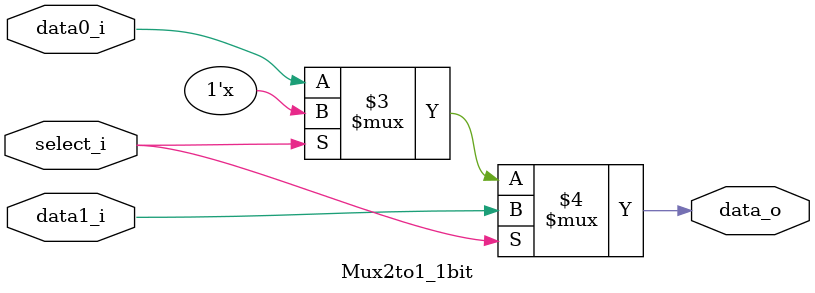
<source format=v>
module Mux2to1_1bit( data0_i, data1_i, select_i, data_o );

parameter size = 1;			   
			
//I/O ports               
input wire	[size-1:0] data0_i;          
input wire	[size-1:0] data1_i;
input wire	select_i;
output wire	[size-1:0] data_o; 

//Main function
assign data_o = ( select_i == 1 ) ? data1_i : 
                ( select_i == 0 ) ? data0_i :
                1'bx;

endmodule      
    

</source>
